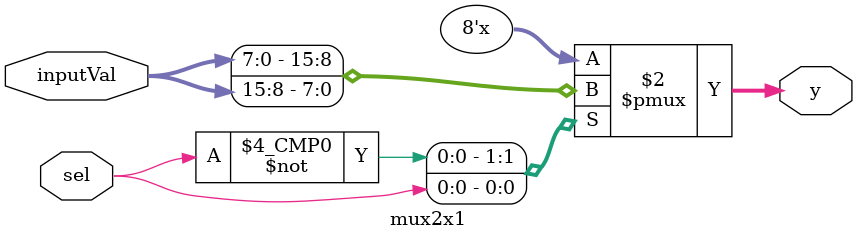
<source format=v>
`timescale 1ns / 1ps
module mux2x1 #(
	parameter size = 8)(
    input sel,
    input [size*2-1:0] inputVal,
    output reg [size-1:0] y
    );

	always @(sel, inputVal) begin
		case(sel)
			1'b0: y = inputVal[size-1:0];
			1'b1: y = inputVal[size*2-1:size];
		endcase
	end
endmodule

</source>
